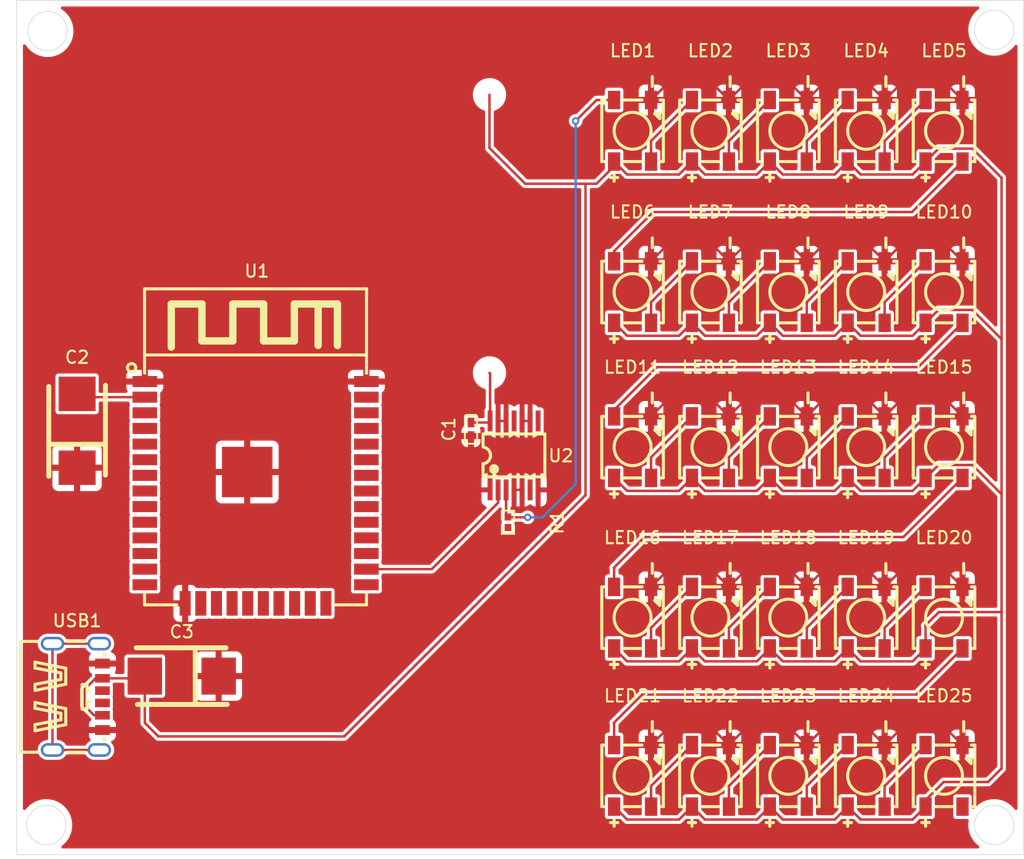
<source format=kicad_pcb>
(kicad_pcb (version 20241229) (generator "pcbnew") (generator_version "9.0")
  (layers (0 "F.Cu" signal) (2 "B.Cu" signal) (13 "F.Paste" user) (15 "B.Paste" user) (5 "F.SilkS" user "F.Silkscreen") (7 "B.SilkS" user "B.Silkscreen") (1 "F.Mask" user) (3 "B.Mask" user) (25 "Edge.Cuts" user))
  (net 0 "")
  (net 1 "IO23")
  (net 2 "IO21")
  (net 3 "SCS_CMD")
  (net 4 "IO32")
  (net 5 "IO27")
  (net 6 "IO12")
  (net 7 "IO22")
  (net 8 "IO19")
  (net 9 "RXD0")
  (net 10 "SDI_SD1")
  (net 11 "SHD_SD2")
  (net 12 "EN")
  (net 13 "TXD0")
  (net 14 "IO0")
  (net 15 "P4Y")
  (net 16 "IO26")
  (net 17 "IO25")
  (net 18 "IO5")
  (net 19 "IO2")
  (net 20 "SENSOR_VN")
  (net 21 "IO35")
  (net 22 "IO33")
  (net 23 "SENSOR_VP")
  (net 24 "IO14")
  (net 25 "IO17")
  (net 26 "P2Y")
  (net 27 "IO18")
  (net 28 "IO16")
  (net 29 "SDO_SD0")
  (net 30 "IO34")
  (net 31 "P3Y")
  (net 32 "esp32Controller.footprint.pins[25].net-net")
  (net 33 "SCK_CLK")
  (net 34 "IO13")
  (net 35 "IO15")
  (net 36 "SWP_SD3")
  (net 37 "levelShifter_P1Y_Resistor-net")
  (net 38 "P1A")
  (net 39 "P3V3")
  (net 40 "EH")
  (net 41 "B5")
  (net 42 "A5")
  (net 44 "led_columns[0]-DIN-2")
  (net 45 "led_columns[3]-DOU")
  (net 46 "data_out-2")
  (net 47 "data_in-1")
  (net 48 "led_columns[4]-DIN-2")
  (net 49 "led_columns[0]-DIN-1")
  (net 50 "led_columns[4]-DIN")
  (net 51 "led_columns[2]-DOU-1")
  (net 52 "led_columns[1]-DIN-3")
  (net 53 "led_columns[1]-DIN-2")
  (net 54 "led_columns[2]-DOU")
  (net 55 "led_columns[3]-DOU-2")
  (net 56 "VDD")
  (net 57 "data_in")
  (net 58 "led_columns[2]-DIN-1")
  (net 59 "led_columns[1]-DIN-1")
  (net 60 "led_columns[1]-DIN")
  (net 61 "led_columns[4]-DIN-1")
  (net 62 "led_columns[4]-DOU")
  (net 63 "led_columns[3]-DOU-1")
  (net 64 "led_columns[0]-DIN")
  (net 65 "led_columns[0]-DOU")
  (net 66 "gnd")
  (net 67 "data_out-1")
  (net 68 "data_out")
  (net 69 "led_columns[4]-data_out")
  (net 70 "led_columns[3]-DIN")
  (net 71 "led_columns[2]-DIN")
  (footprint "XINGLIGHT_XL_5050RGBC_WS2812B:LED-SMD_4P-L5.0-W5.0-BL_XL-5050RGBC" (layer "F.Cu") (at 122.95 77.8 0)
    (property "Reference" "LED7")
    (property "Value" "")
  )
  (footprint "Samsung_Electro_Mechanics_CL05B104KO5NNNC:C0402" (layer "F.Cu") (at 103.5 88.95 90)
    (property "Reference" "C1")
    (property "Value" "100nF ±10% 16V X7R" (hide yes))
  )
  (footprint "XINGLIGHT_XL_5050RGBC_WS2812B:LED-SMD_4P-L5.0-W5.0-BL_XL-5050RGBC" (layer "F.Cu") (at 129.275 90.4 0)
    (property "Reference" "LED13")
    (property "Value" "")
  )
  (footprint "AVX_TAJD477K006RNJ:CASE-D_7343" (layer "F.Cu") (at 80 109 0)
    (property "Reference" "C3")
    (property "Value" "470µF ±10%")
  )
  (footprint "XINGLIGHT_XL_5050RGBC_WS2812B:LED-SMD_4P-L5.0-W5.0-BL_XL-5050RGBC" (layer "F.Cu") (at 141.925 64.7 0)
    (property "Reference" "LED5")
    (property "Value" "")
  )
  (footprint "XINGLIGHT_XL_5050RGBC_WS2812B:LED-SMD_4P-L5.0-W5.0-BL_XL-5050RGBC" (layer "F.Cu") (at 135.6 117.1 0)
    (property "Reference" "LED24")
    (property "Value" "")
  )
  (footprint "Espressif_Systems_ESP32_WROOM_32_N4:WIFIM-SMD_ESP32-WROOM-32-N4" (layer "F.Cu") (at 86 94.08 0)
    (property "Reference" "U1")
    (property "Value" "")
  )
  (footprint "XINGLIGHT_XL_5050RGBC_WS2812B:LED-SMD_4P-L5.0-W5.0-BL_XL-5050RGBC" (layer "F.Cu") (at 129.275 77.8 0)
    (property "Reference" "LED8")
    (property "Value" "")
  )
  (footprint "XINGLIGHT_XL_5050RGBC_WS2812B:LED-SMD_4P-L5.0-W5.0-BL_XL-5050RGBC" (layer "F.Cu") (at 116.625 104.25 0)
    (property "Reference" "LED16")
    (property "Value" "")
  )
  (footprint "XINGLIGHT_XL_5050RGBC_WS2812B:LED-SMD_4P-L5.0-W5.0-BL_XL-5050RGBC" (layer "F.Cu") (at 116.625 117.1 0)
    (property "Reference" "LED21")
    (property "Value" "")
  )
  (footprint "XINGLIGHT_XL_5050RGBC_WS2812B:LED-SMD_4P-L5.0-W5.0-BL_XL-5050RGBC" (layer "F.Cu") (at 116.625 77.8 0)
    (property "Reference" "LED6")
    (property "Value" "")
  )
  (footprint "XINGLIGHT_XL_5050RGBC_WS2812B:LED-SMD_4P-L5.0-W5.0-BL_XL-5050RGBC" (layer "F.Cu") (at 135.6 77.8 0)
    (property "Reference" "LED9")
    (property "Value" "")
  )
  (footprint "Texas_Instruments_SN74AHCT125PWR:TSSOP-14_L5.0-W4.4-P0.65-LS6.4-BL" (layer "F.Cu") (at 107 91.07 0)
    (property "Reference" "U2")
    (property "Value" "")
  )
  (footprint "XINGLIGHT_XL_5050RGBC_WS2812B:LED-SMD_4P-L5.0-W5.0-BL_XL-5050RGBC" (layer "F.Cu") (at 141.925 77.8 0)
    (property "Reference" "LED10")
    (property "Value" "")
  )
  (footprint "UNI_ROYAL_0402WGF1000TCE:R0402" (layer "F.Cu") (at 106.5 96.5 -90)
    (property "Reference" "R1")
    (property "Value" "100Ω ±1% 62.5mW")
  )
  (footprint "SHOU_HAN_TYPE_C_6P:TYPE-C-SMD_TYPE-C-6P" (layer "F.Cu") (at 71.53 110.68 -90)
    (property "Reference" "USB1")
    (property "Value" "")
  )
  (footprint "XINGLIGHT_XL_5050RGBC_WS2812B:LED-SMD_4P-L5.0-W5.0-BL_XL-5050RGBC" (layer "F.Cu") (at 129.275 104.25 0)
    (property "Reference" "LED18")
    (property "Value" "")
  )
  (footprint "XINGLIGHT_XL_5050RGBC_WS2812B:LED-SMD_4P-L5.0-W5.0-BL_XL-5050RGBC" (layer "F.Cu") (at 122.95 90.4 0)
    (property "Reference" "LED12")
    (property "Value" "")
  )
  (footprint "XINGLIGHT_XL_5050RGBC_WS2812B:LED-SMD_4P-L5.0-W5.0-BL_XL-5050RGBC" (layer "F.Cu") (at 141.925 90.4 0)
    (property "Reference" "LED15")
    (property "Value" "")
  )
  (footprint "XINGLIGHT_XL_5050RGBC_WS2812B:LED-SMD_4P-L5.0-W5.0-BL_XL-5050RGBC" (layer "F.Cu") (at 129.275 117.1 0)
    (property "Reference" "LED23")
    (property "Value" "")
  )
  (footprint "XINGLIGHT_XL_5050RGBC_WS2812B:LED-SMD_4P-L5.0-W5.0-BL_XL-5050RGBC" (layer "F.Cu") (at 141.925 117.1 0)
    (property "Reference" "LED25")
    (property "Value" "")
  )
  (footprint "XINGLIGHT_XL_5050RGBC_WS2812B:LED-SMD_4P-L5.0-W5.0-BL_XL-5050RGBC" (layer "F.Cu") (at 122.95 104.25 0)
    (property "Reference" "LED17")
    (property "Value" "")
  )
  (footprint "XINGLIGHT_XL_5050RGBC_WS2812B:LED-SMD_4P-L5.0-W5.0-BL_XL-5050RGBC" (layer "F.Cu") (at 116.625 64.7 0)
    (property "Reference" "LED1")
    (property "Value" "")
  )
  (footprint "XINGLIGHT_XL_5050RGBC_WS2812B:LED-SMD_4P-L5.0-W5.0-BL_XL-5050RGBC" (layer "F.Cu") (at 141.925 104.25 0)
    (property "Reference" "LED20")
    (property "Value" "")
  )
  (footprint "XINGLIGHT_XL_5050RGBC_WS2812B:LED-SMD_4P-L5.0-W5.0-BL_XL-5050RGBC" (layer "F.Cu") (at 116.625 90.4 0)
    (property "Reference" "LED11")
    (property "Value" "")
  )
  (footprint "XINGLIGHT_XL_5050RGBC_WS2812B:LED-SMD_4P-L5.0-W5.0-BL_XL-5050RGBC" (layer "F.Cu") (at 122.95 64.7 0)
    (property "Reference" "LED2")
    (property "Value" "")
  )
  (footprint "XINGLIGHT_XL_5050RGBC_WS2812B:LED-SMD_4P-L5.0-W5.0-BL_XL-5050RGBC" (layer "F.Cu") (at 135.6 104.25 0)
    (property "Reference" "LED19")
    (property "Value" "")
  )
  (footprint "AVX_TAJD477K006RNJ:CASE-D_7343" (layer "F.Cu") (at 71.5 89.07 -90)
    (property "Reference" "C2")
    (property "Value" "470µF ±10%")
  )
  (footprint "XINGLIGHT_XL_5050RGBC_WS2812B:LED-SMD_4P-L5.0-W5.0-BL_XL-5050RGBC" (layer "F.Cu") (at 135.6 64.7 0)
    (property "Reference" "LED4")
    (property "Value" "")
  )
  (footprint "XINGLIGHT_XL_5050RGBC_WS2812B:LED-SMD_4P-L5.0-W5.0-BL_XL-5050RGBC" (layer "F.Cu") (at 135.6 90.4 0)
    (property "Reference" "LED14")
    (property "Value" "")
  )
  (footprint "XINGLIGHT_XL_5050RGBC_WS2812B:LED-SMD_4P-L5.0-W5.0-BL_XL-5050RGBC" (layer "F.Cu") (at 129.275 64.7 0)
    (property "Reference" "LED3")
    (property "Value" "")
  )
  (footprint "XINGLIGHT_XL_5050RGBC_WS2812B:LED-SMD_4P-L5.0-W5.0-BL_XL-5050RGBC" (layer "F.Cu") (at 122.95 117.1 0)
    (property "Reference" "LED22")
    (property "Value" "")
  )
  (via (at 108.1 96.1) (size 0.6) (drill 0.3) (layers "F.Cu" "B.Cu") (net 57))
  (via (at 112 63.9) (size 0.6) (drill 0.3) (layers "F.Cu" "B.Cu") (net 57))
  (zone (net 66) (net_name "gnd") (layers "F.Cu") (name "GND") (connect_pads (clearance 0.25)) (min_thickness 0.25) (fill yes (thermal_gap 0.5) (thermal_bridge_width 0.5))
    (polygon (pts (xy 66.6 54.1) (xy 148.4 54.1) (xy 148.4 123.5) (xy 66.6 123.5)))
  )
  (segment (start 105.7 94.92) (end 100.31 100.31) (width 0.2) (net 38) (layer "F.Cu"))
  (segment (start 105.7 93.87) (end 105.7 94.92) (width 0.2) (net 38) (layer "F.Cu"))
  (segment (start 100.31 100.31) (end 95 100.31) (width 0.2) (net 38) (layer "F.Cu"))
  (segment (start 71.77 86.34) (end 71.5 86.07) (width 0.2) (net 39) (layer "F.Cu"))
  (segment (start 77 86.34) (end 71.77 86.34) (width 0.2) (net 39) (layer "F.Cu"))
  (segment (start 73.31 106.36) (end 69.5 106.36) (width 0.2) (net 40) (layer "F.Cu"))
  (segment (start 69.5 115) (end 73.31 115) (width 0.2) (net 40) (layer "F.Cu"))
  (segment (start 69.5 106.36) (end 69.5 115) (width 0.2) (net 40) (layer "F.Cu"))
  (segment (start 104.92 88.4) (end 105.05 88.27) (width 0.2) (net 0) (layer "F.Cu"))
  (segment (start 105.05 84.42) (end 105 84.37) (width 0.2) (net 0) (layer "F.Cu"))
  (segment (start 105.05 88.27) (end 105.05 84.42) (width 0.2) (net 0) (layer "F.Cu"))
  (segment (start 103.5 88.4) (end 104.92 88.4) (width 0.2) (net 0) (layer "F.Cu"))
  (segment (start 130.775 67.2) (end 130.775 65.525) (width 0.2) (net 44) (layer "F.Cu"))
  (segment (start 130.775 65.525) (end 134.1 62.2) (width 0.2) (net 44) (layer "F.Cu"))
  (segment (start 124.45 106.75) (end 124.45 105.075) (width 0.2) (net 45) (layer "F.Cu"))
  (segment (start 124.45 105.075) (end 127.775 101.75) (width 0.2) (net 45) (layer "F.Cu"))
  (segment (start 143.425 106.75) (end 139.675 110.5) (width 0.2) (net 46) (layer "F.Cu"))
  (segment (start 115.1 112.8) (end 115.125 112.825) (width 0.2) (net 46) (layer "F.Cu"))
  (segment (start 139.675 110.5) (end 117.4 110.5) (width 0.2) (net 46) (layer "F.Cu"))
  (segment (start 115.125 112.825) (end 115.125 114.6) (width 0.2) (net 46) (layer "F.Cu"))
  (segment (start 117.4 110.5) (end 115.1 112.8) (width 0.2) (net 46) (layer "F.Cu"))
  (segment (start 115.125 74.475) (end 115.125 75.3) (width 0.2) (net 47) (layer "F.Cu"))
  (segment (start 118.3 71.3) (end 115.125 74.475) (width 0.2) (net 47) (layer "F.Cu"))
  (segment (start 139.325 71.3) (end 118.3 71.3) (width 0.2) (net 47) (layer "F.Cu"))
  (segment (start 143.425 67.2) (end 139.325 71.3) (width 0.2) (net 47) (layer "F.Cu"))
  (segment (start 118.125 119.6) (end 118.125 117.925) (width 0.2) (net 48) (layer "F.Cu"))
  (segment (start 118.125 117.925) (end 121.45 114.6) (width 0.2) (net 48) (layer "F.Cu"))
  (segment (start 118.125 65.525) (end 121.45 62.2) (width 0.2) (net 49) (layer "F.Cu"))
  (segment (start 118.125 67.2) (end 118.125 65.525) (width 0.2) (net 49) (layer "F.Cu"))
  (segment (start 137.1 117.925) (end 140.425 114.6) (width 0.2) (net 50) (layer "F.Cu"))
  (segment (start 137.1 119.6) (end 137.1 117.925) (width 0.2) (net 50) (layer "F.Cu"))
  (segment (start 137.1 91.225) (end 140.425 87.9) (width 0.2) (net 51) (layer "F.Cu"))
  (segment (start 137.1 92.9) (end 137.1 91.225) (width 0.2) (net 51) (layer "F.Cu"))
  (segment (start 124.45 80.3) (end 124.45 78.625) (width 0.2) (net 52) (layer "F.Cu"))
  (segment (start 124.45 78.625) (end 127.775 75.3) (width 0.2) (net 52) (layer "F.Cu"))
  (segment (start 130.775 78.625) (end 134.1 75.3) (width 0.2) (net 53) (layer "F.Cu"))
  (segment (start 130.775 80.3) (end 130.775 78.625) (width 0.2) (net 53) (layer "F.Cu"))
  (segment (start 118.125 92.9) (end 118.125 91.225) (width 0.2) (net 54) (layer "F.Cu"))
  (segment (start 118.125 91.225) (end 121.45 87.9) (width 0.2) (net 54) (layer "F.Cu"))
  (segment (start 118.125 105.075) (end 121.45 101.75) (width 0.2) (net 55) (layer "F.Cu"))
  (segment (start 118.125 106.75) (end 118.125 105.075) (width 0.2) (net 55) (layer "F.Cu"))
  (segment (start 134.1 92.9) (end 135.151 93.951) (width 0.2) (net 56) (layer "F.Cu"))
  (segment (start 120.399 120.651) (end 121.45 119.6) (width 0.2) (net 56) (layer "F.Cu"))
  (segment (start 133.049 93.951) (end 134.1 92.9) (width 0.2) (net 56) (layer "F.Cu"))
  (segment (start 121.45 92.9) (end 122.501 93.951) (width 0.2) (net 56) (layer "F.Cu"))
  (segment (start 135.151 120.651) (end 139.374 120.651) (width 0.2) (net 56) (layer "F.Cu"))
  (segment (start 128.826 81.351) (end 133.049 81.351) (width 0.2) (net 56) (layer "F.Cu"))
  (segment (start 144.226 79.249) (end 146.6 81.623) (width 0.2) (net 56) (layer "F.Cu"))
  (segment (start 139.374 93.951) (end 140.425 92.9) (width 0.2) (net 56) (layer "F.Cu"))
  (segment (start 112.8 69) (end 113.7 69) (width 0.2) (net 56) (layer "F.Cu"))
  (segment (start 141.9 117.6) (end 140.425 119.075) (width 0.2) (net 56) (layer "F.Cu"))
  (segment (start 135.151 68.251) (end 139.374 68.251) (width 0.2) (net 56) (layer "F.Cu"))
  (segment (start 121.45 106.75) (end 122.501 107.801) (width 0.2) (net 56) (layer "F.Cu"))
  (segment (start 133.049 81.351) (end 134.1 80.3) (width 0.2) (net 56) (layer "F.Cu"))
  (segment (start 128.826 120.651) (end 133.049 120.651) (width 0.2) (net 56) (layer "F.Cu"))
  (segment (start 146.6 116.5) (end 145.5 117.6) (width 0.2) (net 56) (layer "F.Cu"))
  (segment (start 105 66.1) (end 107.9 69) (width 0.2) (net 56) (layer "F.Cu"))
  (segment (start 133.049 107.801) (end 134.1 106.75) (width 0.2) (net 56) (layer "F.Cu"))
  (segment (start 112.8 94.3) (end 112.8 69) (width 0.2) (net 56) (layer "F.Cu"))
  (segment (start 144.226 91.849) (end 146.6 94.223) (width 0.2) (net 56) (layer "F.Cu"))
  (segment (start 72.1 110.088) (end 72.1 111.4) (width 0.2) (net 56) (layer "F.Cu"))
  (segment (start 139.374 68.251) (end 140.425 67.2) (width 0.2) (net 56) (layer "F.Cu"))
  (segment (start 140.425 92.9) (end 141.476 91.849) (width 0.2) (net 56) (layer "F.Cu"))
  (segment (start 146.6 94.223) (end 146.6 103.8) (width 0.2) (net 56) (layer "F.Cu"))
  (segment (start 140.425 119.075) (end 140.425 119.6) (width 0.2) (net 56) (layer "F.Cu"))
  (segment (start 139.374 120.651) (end 140.425 119.6) (width 0.2) (net 56) (layer "F.Cu"))
  (segment (start 126.724 93.951) (end 127.775 92.9) (width 0.2) (net 56) (layer "F.Cu"))
  (segment (start 133.049 68.251) (end 134.1 67.2) (width 0.2) (net 56) (layer "F.Cu"))
  (segment (start 78.1 113.9) (end 93.2 113.9) (width 0.2) (net 56) (layer "F.Cu"))
  (segment (start 121.45 80.3) (end 122.501 81.351) (width 0.2) (net 56) (layer "F.Cu"))
  (segment (start 141.476 66.149) (end 144.226 66.149) (width 0.2) (net 56) (layer "F.Cu"))
  (segment (start 145.5 117.6) (end 141.9 117.6) (width 0.2) (net 56) (layer "F.Cu"))
  (segment (start 146.6 81.623) (end 146.6 94.223) (width 0.2) (net 56) (layer "F.Cu"))
  (segment (start 135.151 93.951) (end 139.374 93.951) (width 0.2) (net 56) (layer "F.Cu"))
  (segment (start 128.826 68.251) (end 133.049 68.251) (width 0.2) (net 56) (layer "F.Cu"))
  (segment (start 139.374 107.801) (end 140.425 106.75) (width 0.2) (net 56) (layer "F.Cu"))
  (segment (start 140.425 67.2) (end 141.476 66.149) (width 0.2) (net 56) (layer "F.Cu"))
  (segment (start 120.399 68.251) (end 121.45 67.2) (width 0.2) (net 56) (layer "F.Cu"))
  (segment (start 115.125 80.3) (end 116.176 81.351) (width 0.2) (net 56) (layer "F.Cu"))
  (segment (start 146.6 68.523) (end 146.6 81.623) (width 0.2) (net 56) (layer "F.Cu"))
  (segment (start 140.425 80.3) (end 141.476 79.249) (width 0.2) (net 56) (layer "F.Cu"))
  (segment (start 115.125 92.9) (end 116.176 93.951) (width 0.2) (net 56) (layer "F.Cu"))
  (segment (start 72.88 112.18) (end 73.56 112.18) (width 0.2) (net 56) (layer "F.Cu"))
  (segment (start 146.6 103.8) (end 141.5 103.8) (width 0.2) (net 56) (layer "F.Cu"))
  (segment (start 122.501 68.251) (end 126.724 68.251) (width 0.2) (net 56) (layer "F.Cu"))
  (segment (start 134.1 67.2) (end 135.151 68.251) (width 0.2) (net 56) (layer "F.Cu"))
  (segment (start 126.724 120.651) (end 127.775 119.6) (width 0.2) (net 56) (layer "F.Cu"))
  (segment (start 122.501 81.351) (end 126.724 81.351) (width 0.2) (net 56) (layer "F.Cu"))
  (segment (start 127.775 80.3) (end 128.826 81.351) (width 0.2) (net 56) (layer "F.Cu"))
  (segment (start 77 112.8) (end 78.1 113.9) (width 0.2) (net 56) (layer "F.Cu"))
  (segment (start 113.7 69) (end 115.125 67.575) (width 0.2) (net 56) (layer "F.Cu"))
  (segment (start 116.176 107.801) (end 120.399 107.801) (width 0.2) (net 56) (layer "F.Cu"))
  (segment (start 126.724 68.251) (end 127.775 67.2) (width 0.2) (net 56) (layer "F.Cu"))
  (segment (start 126.724 107.801) (end 127.775 106.75) (width 0.2) (net 56) (layer "F.Cu"))
  (segment (start 127.775 67.2) (end 128.826 68.251) (width 0.2) (net 56) (layer "F.Cu"))
  (segment (start 105 61.77) (end 105 66.1) (width 0.2) (net 56) (layer "F.Cu"))
  (segment (start 141.476 79.249) (end 144.226 79.249) (width 0.2) (net 56) (layer "F.Cu"))
  (segment (start 126.724 81.351) (end 127.775 80.3) (width 0.2) (net 56) (layer "F.Cu"))
  (segment (start 73.56 109.18) (end 73.008 109.18) (width 0.2) (net 56) (layer "F.Cu"))
  (segment (start 141.476 91.849) (end 144.226 91.849) (width 0.2) (net 56) (layer "F.Cu"))
  (segment (start 128.826 93.951) (end 133.049 93.951) (width 0.2) (net 56) (layer "F.Cu"))
  (segment (start 120.399 93.951) (end 121.45 92.9) (width 0.2) (net 56) (layer "F.Cu"))
  (segment (start 77 109) (end 77 112.8) (width 0.2) (net 56) (layer "F.Cu"))
  (segment (start 107.9 69) (end 112.8 69) (width 0.2) (net 56) (layer "F.Cu"))
  (segment (start 146.6 103.8) (end 146.6 116.5) (width 0.2) (net 56) (layer "F.Cu"))
  (segment (start 144.226 66.149) (end 146.6 68.523) (width 0.2) (net 56) (layer "F.Cu"))
  (segment (start 116.176 81.351) (end 120.399 81.351) (width 0.2) (net 56) (layer "F.Cu"))
  (segment (start 116.176 68.251) (end 120.399 68.251) (width 0.2) (net 56) (layer "F.Cu"))
  (segment (start 73.008 109.18) (end 72.1 110.088) (width 0.2) (net 56) (layer "F.Cu"))
  (segment (start 122.501 93.951) (end 126.724 93.951) (width 0.2) (net 56) (layer "F.Cu"))
  (segment (start 128.826 107.801) (end 133.049 107.801) (width 0.2) (net 56) (layer "F.Cu"))
  (segment (start 115.125 106.75) (end 116.176 107.801) (width 0.2) (net 56) (layer "F.Cu"))
  (segment (start 122.501 107.801) (end 126.724 107.801) (width 0.2) (net 56) (layer "F.Cu"))
  (segment (start 133.049 120.651) (end 134.1 119.6) (width 0.2) (net 56) (layer "F.Cu"))
  (segment (start 140.425 104.925) (end 140.425 106.75) (width 0.2) (net 56) (layer "F.Cu"))
  (segment (start 134.1 106.75) (end 135.151 107.801) (width 0.2) (net 56) (layer "F.Cu"))
  (segment (start 120.399 81.351) (end 121.45 80.3) (width 0.2) (net 56) (layer "F.Cu"))
  (segment (start 121.45 67.2) (end 122.501 68.251) (width 0.2) (net 56) (layer "F.Cu"))
  (segment (start 76.82 109.18) (end 77 109) (width 0.2) (net 56) (layer "F.Cu"))
  (segment (start 116.176 93.951) (end 120.399 93.951) (width 0.2) (net 56) (layer "F.Cu"))
  (segment (start 139.374 81.351) (end 140.425 80.3) (width 0.2) (net 56) (layer "F.Cu"))
  (segment (start 121.45 119.6) (end 122.501 120.651) (width 0.2) (net 56) (layer "F.Cu"))
  (segment (start 134.1 119.6) (end 135.151 120.651) (width 0.2) (net 56) (layer "F.Cu"))
  (segment (start 115.125 67.2) (end 116.176 68.251) (width 0.2) (net 56) (layer "F.Cu"))
  (segment (start 127.775 106.75) (end 128.826 107.801) (width 0.2) (net 56) (layer "F.Cu"))
  (segment (start 72.1 111.4) (end 72.88 112.18) (width 0.2) (net 56) (layer "F.Cu"))
  (segment (start 135.151 81.351) (end 139.374 81.351) (width 0.2) (net 56) (layer "F.Cu"))
  (segment (start 120.399 107.801) (end 121.45 106.75) (width 0.2) (net 56) (layer "F.Cu"))
  (segment (start 134.1 80.3) (end 135.151 81.351) (width 0.2) (net 56) (layer "F.Cu"))
  (segment (start 135.151 107.801) (end 139.374 107.801) (width 0.2) (net 56) (layer "F.Cu"))
  (segment (start 141.5 103.8) (end 140.4 104.9) (width 0.2) (net 56) (layer "F.Cu"))
  (segment (start 115.125 67.575) (end 115.125 67.2) (width 0.2) (net 56) (layer "F.Cu"))
  (segment (start 73.56 109.18) (end 76.82 109.18) (width 0.2) (net 56) (layer "F.Cu"))
  (segment (start 140.4 104.9) (end 140.425 104.925) (width 0.2) (net 56) (layer "F.Cu"))
  (segment (start 122.501 120.651) (end 126.724 120.651) (width 0.2) (net 56) (layer "F.Cu"))
  (segment (start 93.2 113.9) (end 112.8 94.3) (width 0.2) (net 56) (layer "F.Cu"))
  (segment (start 116.176 120.651) (end 120.399 120.651) (width 0.2) (net 56) (layer "F.Cu"))
  (segment (start 127.775 119.6) (end 128.826 120.651) (width 0.2) (net 56) (layer "F.Cu"))
  (segment (start 115.125 119.6) (end 116.176 120.651) (width 0.2) (net 56) (layer "F.Cu"))
  (segment (start 127.775 92.9) (end 128.826 93.951) (width 0.2) (net 56) (layer "F.Cu"))
  (segment (start 106.53 96.1) (end 106.5 96.07) (width 0.2) (net 57) (layer "F.Cu"))
  (segment (start 106.35 93.87) (end 106.35 95.92) (width 0.2) (net 57) (layer "F.Cu"))
  (segment (start 115.125 62.2) (end 113.7 62.2) (width 0.2) (net 57) (layer "F.Cu"))
  (segment (start 108.1 96.1) (end 106.53 96.1) (width 0.2) (net 57) (layer "F.Cu"))
  (segment (start 113.7 62.2) (end 112 63.9) (width 0.2) (net 57) (layer "F.Cu"))
  (segment (start 106.35 95.92) (end 106.5 96.07) (width 0.2) (net 57) (layer "F.Cu"))
  (segment (start 112 93.4) (end 109.3 96.1) (width 0.2) (net 57) (layer "B.Cu"))
  (segment (start 109.3 96.1) (end 108.1 96.1) (width 0.2) (net 57) (layer "B.Cu"))
  (segment (start 112 63.9) (end 112 93.4) (width 0.2) (net 57) (layer "B.Cu"))
  (segment (start 130.775 92.9) (end 130.775 91.225) (width 0.2) (net 58) (layer "F.Cu"))
  (segment (start 130.775 91.225) (end 134.1 87.9) (width 0.2) (net 58) (layer "F.Cu"))
  (segment (start 137.1 78.625) (end 140.425 75.3) (width 0.2) (net 59) (layer "F.Cu"))
  (segment (start 137.1 80.3) (end 137.1 78.625) (width 0.2) (net 59) (layer "F.Cu"))
  (segment (start 118.125 80.3) (end 118.125 78.625) (width 0.2) (net 60) (layer "F.Cu"))
  (segment (start 118.125 78.625) (end 121.45 75.3) (width 0.2) (net 60) (layer "F.Cu"))
  (segment (start 130.775 117.925) (end 134.1 114.6) (width 0.2) (net 61) (layer "F.Cu"))
  (segment (start 130.775 119.6) (end 130.775 117.925) (width 0.2) (net 61) (layer "F.Cu"))
  (segment (start 124.45 119.6) (end 124.45 117.925) (width 0.2) (net 62) (layer "F.Cu"))
  (segment (start 124.45 117.925) (end 127.775 114.6) (width 0.2) (net 62) (layer "F.Cu"))
  (segment (start 137.1 105.075) (end 140.425 101.75) (width 0.2) (net 63) (layer "F.Cu"))
  (segment (start 137.1 106.75) (end 137.1 105.075) (width 0.2) (net 63) (layer "F.Cu"))
  (segment (start 137.1 67.2) (end 137.1 65.525) (width 0.2) (net 64) (layer "F.Cu"))
  (segment (start 137.1 65.525) (end 140.425 62.2) (width 0.2) (net 64) (layer "F.Cu"))
  (segment (start 124.45 67.2) (end 124.45 65.525) (width 0.2) (net 65) (layer "F.Cu"))
  (segment (start 124.45 65.525) (end 127.775 62.2) (width 0.2) (net 65) (layer "F.Cu"))
  (segment (start 138.151 61.149) (end 142.374 61.149) (width 0.2) (net 66) (layer "F.Cu"))
  (segment (start 125.501 100.699) (end 129.724 100.699) (width 0.2) (net 66) (layer "F.Cu"))
  (segment (start 131.826 74.249) (end 136.049 74.249) (width 0.2) (net 66) (layer "F.Cu"))
  (segment (start 130.775 75.3) (end 131.826 74.249) (width 0.2) (net 66) (layer "F.Cu"))
  (segment (start 131.826 113.549) (end 136.049 113.549) (width 0.2) (net 66) (layer "F.Cu"))
  (segment (start 136.049 61.149) (end 137.1 62.2) (width 0.2) (net 66) (layer "F.Cu"))
  (segment (start 137.1 62.2) (end 138.151 61.149) (width 0.2) (net 66) (layer "F.Cu"))
  (segment (start 119.176 61.149) (end 123.399 61.149) (width 0.2) (net 66) (layer "F.Cu"))
  (segment (start 108.8 95.4) (end 108.95 95.25) (width 0.2) (net 66) (layer "F.Cu"))
  (segment (start 123.399 100.699) (end 124.45 101.75) (width 0.2) (net 66) (layer "F.Cu"))
  (segment (start 136.049 100.699) (end 137.1 101.75) (width 0.2) (net 66) (layer "F.Cu"))
  (segment (start 125.501 61.149) (end 129.724 61.149) (width 0.2) (net 66) (layer "F.Cu"))
  (segment (start 142.374 86.849) (end 143.425 87.9) (width 0.2) (net 66) (layer "F.Cu"))
  (segment (start 138.151 113.549) (end 142.374 113.549) (width 0.2) (net 66) (layer "F.Cu"))
  (segment (start 124.45 75.3) (end 125.501 74.249) (width 0.2) (net 66) (layer "F.Cu"))
  (segment (start 118.125 114.6) (end 119.176 113.549) (width 0.2) (net 66) (layer "F.Cu"))
  (segment (start 130.775 62.2) (end 131.826 61.149) (width 0.2) (net 66) (layer "F.Cu"))
  (segment (start 142.374 61.149) (end 143.425 62.2) (width 0.2) (net 66) (layer "F.Cu"))
  (segment (start 107 93.87) (end 107 92.4) (width 0.2) (net 66) (layer "F.Cu"))
  (segment (start 129.724 86.849) (end 130.775 87.9) (width 0.2) (net 66) (layer "F.Cu"))
  (segment (start 118.125 62.2) (end 119.176 61.149) (width 0.2) (net 66) (layer "F.Cu"))
  (segment (start 137.1 114.6) (end 138.151 113.549) (width 0.2) (net 66) (layer "F.Cu"))
  (segment (start 125.55 113.5) (end 129.675 113.5) (width 0.2) (net 66) (layer "F.Cu"))
  (segment (start 105.05 92.45) (end 105.05 93.87) (width 0.2) (net 66) (layer "F.Cu"))
  (segment (start 131.875 86.8) (end 136 86.8) (width 0.2) (net 66) (layer "F.Cu"))
  (segment (start 142.374 113.549) (end 143.425 114.6) (width 0.2) (net 66) (layer "F.Cu"))
  (segment (start 123.399 74.249) (end 124.45 75.3) (width 0.2) (net 66) (layer "F.Cu"))
  (segment (start 107.65 95.25) (end 107.8 95.4) (width 0.2) (net 66) (layer "F.Cu"))
  (segment (start 124.45 101.75) (end 125.501 100.699) (width 0.2) (net 66) (layer "F.Cu"))
  (segment (start 123.399 113.549) (end 124.45 114.6) (width 0.2) (net 66) (layer "F.Cu"))
  (segment (start 108.95 95.25) (end 108.95 93.87) (width 0.2) (net 66) (layer "F.Cu"))
  (segment (start 106.35 88.27) (end 106.35 86.45) (width 0.2) (net 66) (layer "F.Cu"))
  (segment (start 138.2 74.2) (end 142.325 74.2) (width 0.2) (net 66) (layer "F.Cu"))
  (segment (start 107.65 93.87) (end 107 93.87) (width 0.2) (net 66) (layer "F.Cu"))
  (segment (start 118.125 75.3) (end 119.176 74.249) (width 0.2) (net 66) (layer "F.Cu"))
  (segment (start 119.176 113.549) (end 123.399 113.549) (width 0.2) (net 66) (layer "F.Cu"))
  (segment (start 130.775 101.75) (end 131.826 100.699) (width 0.2) (net 66) (layer "F.Cu"))
  (segment (start 125.501 86.849) (end 129.724 86.849) (width 0.2) (net 66) (layer "F.Cu"))
  (segment (start 136 86.8) (end 137.1 87.9) (width 0.2) (net 66) (layer "F.Cu"))
  (segment (start 106.6 86.2) (end 107.4 86.2) (width 0.2) (net 66) (layer "F.Cu"))
  (segment (start 123.25 86.7) (end 124.45 87.9) (width 0.2) (net 66) (layer "F.Cu"))
  (segment (start 119.176 100.699) (end 123.399 100.699) (width 0.2) (net 66) (layer "F.Cu"))
  (segment (start 119.176 74.249) (end 123.399 74.249) (width 0.2) (net 66) (layer "F.Cu"))
  (segment (start 130.775 87.9) (end 131.875 86.8) (width 0.2) (net 66) (layer "F.Cu"))
  (segment (start 107 92.4) (end 106.7 92.1) (width 0.2) (net 66) (layer "F.Cu"))
  (segment (start 124.45 114.6) (end 125.55 113.5) (width 0.2) (net 66) (layer "F.Cu"))
  (segment (start 138.151 86.849) (end 142.374 86.849) (width 0.2) (net 66) (layer "F.Cu"))
  (segment (start 129.675 113.5) (end 130.775 114.6) (width 0.2) (net 66) (layer "F.Cu"))
  (segment (start 131.826 100.699) (end 136.049 100.699) (width 0.2) (net 66) (layer "F.Cu"))
  (segment (start 107.65 88.27) (end 108.3 88.27) (width 0.2) (net 66) (layer "F.Cu"))
  (segment (start 129.724 74.249) (end 130.775 75.3) (width 0.2) (net 66) (layer "F.Cu"))
  (segment (start 118.125 87.9) (end 119.325 86.7) (width 0.2) (net 66) (layer "F.Cu"))
  (segment (start 106.35 86.45) (end 106.6 86.2) (width 0.2) (net 66) (layer "F.Cu"))
  (segment (start 107.4 86.2) (end 107.65 86.45) (width 0.2) (net 66) (layer "F.Cu"))
  (segment (start 130.775 114.6) (end 131.826 113.549) (width 0.2) (net 66) (layer "F.Cu"))
  (segment (start 107.65 86.45) (end 107.65 88.27) (width 0.2) (net 66) (layer "F.Cu"))
  (segment (start 136.049 113.549) (end 137.1 114.6) (width 0.2) (net 66) (layer "F.Cu"))
  (segment (start 131.826 61.149) (end 136.049 61.149) (width 0.2) (net 66) (layer "F.Cu"))
  (segment (start 125.501 74.249) (end 129.724 74.249) (width 0.2) (net 66) (layer "F.Cu"))
  (segment (start 123.399 61.149) (end 124.45 62.2) (width 0.2) (net 66) (layer "F.Cu"))
  (segment (start 124.45 62.2) (end 125.501 61.149) (width 0.2) (net 66) (layer "F.Cu"))
  (segment (start 138.15 100.7) (end 142.375 100.7) (width 0.2) (net 66) (layer "F.Cu"))
  (segment (start 129.724 100.699) (end 130.775 101.75) (width 0.2) (net 66) (layer "F.Cu"))
  (segment (start 124.45 87.9) (end 125.501 86.849) (width 0.2) (net 66) (layer "F.Cu"))
  (segment (start 106.7 92.1) (end 105.4 92.1) (width 0.2) (net 66) (layer "F.Cu"))
  (segment (start 136.049 74.249) (end 137.1 75.3) (width 0.2) (net 66) (layer "F.Cu"))
  (segment (start 105.7 88.27) (end 106.35 88.27) (width 0.2) (net 66) (layer "F.Cu"))
  (segment (start 107.8 95.4) (end 108.8 95.4) (width 0.2) (net 66) (layer "F.Cu"))
  (segment (start 107.65 93.87) (end 107.65 95.25) (width 0.2) (net 66) (layer "F.Cu"))
  (segment (start 118.125 101.75) (end 119.176 100.699) (width 0.2) (net 66) (layer "F.Cu"))
  (segment (start 105.4 92.1) (end 105.05 92.45) (width 0.2) (net 66) (layer "F.Cu"))
  (segment (start 142.325 74.2) (end 143.425 75.3) (width 0.2) (net 66) (layer "F.Cu"))
  (segment (start 129.724 61.149) (end 130.775 62.2) (width 0.2) (net 66) (layer "F.Cu"))
  (segment (start 142.375 100.7) (end 143.425 101.75) (width 0.2) (net 66) (layer "F.Cu"))
  (segment (start 119.325 86.7) (end 123.25 86.7) (width 0.2) (net 66) (layer "F.Cu"))
  (segment (start 137.1 87.9) (end 138.151 86.849) (width 0.2) (net 66) (layer "F.Cu"))
  (segment (start 137.1 75.3) (end 138.2 74.2) (width 0.2) (net 66) (layer "F.Cu"))
  (segment (start 137.1 101.75) (end 138.15 100.7) (width 0.2) (net 66) (layer "F.Cu"))
  (segment (start 117.6 97.7) (end 115.1 100.2) (width 0.2) (net 67) (layer "F.Cu"))
  (segment (start 138.625 97.7) (end 117.6 97.7) (width 0.2) (net 67) (layer "F.Cu"))
  (segment (start 115.1 100.2) (end 115.125 100.225) (width 0.2) (net 67) (layer "F.Cu"))
  (segment (start 115.125 100.225) (end 115.125 101.75) (width 0.2) (net 67) (layer "F.Cu"))
  (segment (start 143.425 92.9) (end 138.625 97.7) (width 0.2) (net 67) (layer "F.Cu"))
  (segment (start 139.825 83.9) (end 118.6 83.9) (width 0.2) (net 68) (layer "F.Cu"))
  (segment (start 115.125 87.375) (end 115.125 87.9) (width 0.2) (net 68) (layer "F.Cu"))
  (segment (start 143.425 80.3) (end 139.825 83.9) (width 0.2) (net 68) (layer "F.Cu"))
  (segment (start 118.6 83.9) (end 115.125 87.375) (width 0.2) (net 68) (layer "F.Cu"))
  (segment (start 130.775 105.075) (end 134.1 101.75) (width 0.2) (net 70) (layer "F.Cu"))
  (segment (start 130.775 106.75) (end 130.775 105.075) (width 0.2) (net 70) (layer "F.Cu"))
  (segment (start 124.45 92.9) (end 124.45 91.225) (width 0.2) (net 71) (layer "F.Cu"))
  (segment (start 124.45 91.225) (end 127.775 87.9) (width 0.2) (net 71) (layer "F.Cu"))
  (gr_circle (center 146 56.5) (end 147.6 56.5) (stroke (width 0.05)) (fill no) (layer "Edge.Cuts"))
  (gr_circle (center 69.1 56.6) (end 70.7 56.6) (stroke (width 0.05)) (fill no) (layer "Edge.Cuts"))
  (gr_circle (center 69 121.1) (end 70.6 121.1) (stroke (width 0.05)) (fill no) (layer "Edge.Cuts"))
  (gr_circle (center 146 121.1) (end 147.6 121.1) (stroke (width 0.05)) (fill no) (layer "Edge.Cuts"))
  (gr_rect (start 66.6 54.1) (end 148.4 123.5) (stroke (width 0.05)) (fill no) (layer "Edge.Cuts"))
)
</source>
